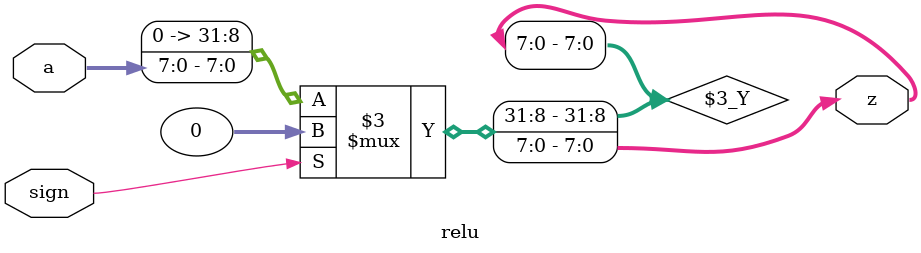
<source format=v>
module relu
    #(parameter WIDTH = 8, parameter ZERO = 0)
	(
		input sign,
		input [WIDTH-1:0] a,
		output [WIDTH-1:0] z,
	);

	assign z = (sign == 1'b1) ? ZERO : a;
	
endmodule

</source>
